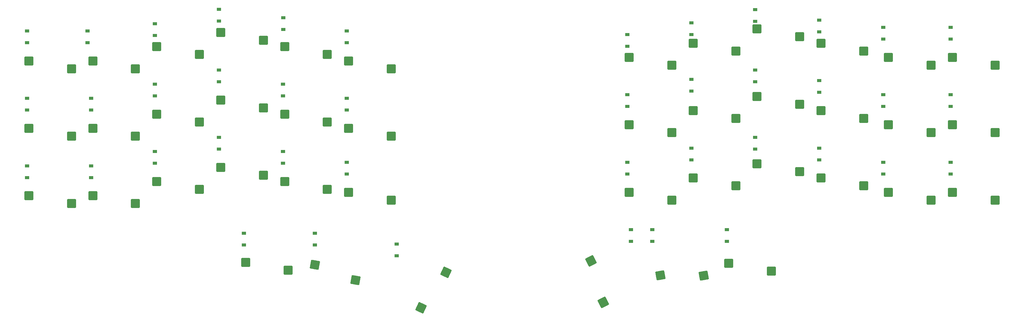
<source format=gbr>
%TF.GenerationSoftware,KiCad,Pcbnew,(6.0.9)*%
%TF.CreationDate,2023-05-23T13:43:04-07:00*%
%TF.ProjectId,Keycad_fun,4b657963-6164-45f6-9675-6e2e6b696361,rev?*%
%TF.SameCoordinates,Original*%
%TF.FileFunction,Paste,Bot*%
%TF.FilePolarity,Positive*%
%FSLAX46Y46*%
G04 Gerber Fmt 4.6, Leading zero omitted, Abs format (unit mm)*
G04 Created by KiCad (PCBNEW (6.0.9)) date 2023-05-23 13:43:04*
%MOMM*%
%LPD*%
G01*
G04 APERTURE LIST*
G04 Aperture macros list*
%AMRoundRect*
0 Rectangle with rounded corners*
0 $1 Rounding radius*
0 $2 $3 $4 $5 $6 $7 $8 $9 X,Y pos of 4 corners*
0 Add a 4 corners polygon primitive as box body*
4,1,4,$2,$3,$4,$5,$6,$7,$8,$9,$2,$3,0*
0 Add four circle primitives for the rounded corners*
1,1,$1+$1,$2,$3*
1,1,$1+$1,$4,$5*
1,1,$1+$1,$6,$7*
1,1,$1+$1,$8,$9*
0 Add four rect primitives between the rounded corners*
20,1,$1+$1,$2,$3,$4,$5,0*
20,1,$1+$1,$4,$5,$6,$7,0*
20,1,$1+$1,$6,$7,$8,$9,0*
20,1,$1+$1,$8,$9,$2,$3,0*%
G04 Aperture macros list end*
%ADD10RoundRect,0.250000X1.025000X1.000000X-1.025000X1.000000X-1.025000X-1.000000X1.025000X-1.000000X0*%
%ADD11RoundRect,0.250000X1.183076X0.806818X-0.835780X1.162797X-1.183076X-0.806818X0.835780X-1.162797X0*%
%ADD12RoundRect,0.250000X-0.473124X1.351584X-1.339492X-0.506347X0.473124X-1.351584X1.339492X0.506347X0*%
%ADD13RoundRect,0.250000X1.356347X-0.459291X0.425666X1.367272X-1.356347X0.459291X-0.425666X-1.367272X0*%
%ADD14RoundRect,0.250000X0.835780X1.162797X-1.183076X0.806818X-0.835780X-1.162797X1.183076X-0.806818X0*%
%ADD15R,1.200000X0.900000*%
G04 APERTURE END LIST*
D10*
%TO.C,SW1*%
X54500000Y-65000000D03*
X42500000Y-62800000D03*
%TD*%
%TO.C,SW2*%
X72500000Y-65000000D03*
X60500000Y-62800000D03*
%TD*%
%TO.C,SW3*%
X90500000Y-61000000D03*
X78500000Y-58800000D03*
%TD*%
%TO.C,SW4*%
X108500000Y-57000000D03*
X96500000Y-54800000D03*
%TD*%
%TO.C,SW5*%
X126500000Y-61000000D03*
X114500000Y-58800000D03*
%TD*%
%TO.C,SW6*%
X144500000Y-65000000D03*
X132500000Y-62800000D03*
%TD*%
%TO.C,SW7*%
X54500000Y-84000000D03*
X42500000Y-81800000D03*
%TD*%
%TO.C,SW8*%
X72500000Y-84000000D03*
X60500000Y-81800000D03*
%TD*%
%TO.C,SW9*%
X90500000Y-80000000D03*
X78500000Y-77800000D03*
%TD*%
%TO.C,SW10*%
X108500000Y-76000000D03*
X96500000Y-73800000D03*
%TD*%
%TO.C,SW11*%
X126500000Y-80000000D03*
X114500000Y-77800000D03*
%TD*%
%TO.C,SW12*%
X144500000Y-84000000D03*
X132500000Y-81800000D03*
%TD*%
%TO.C,SW13*%
X54500000Y-103000000D03*
X42500000Y-100800000D03*
%TD*%
%TO.C,SW14*%
X72500000Y-103000000D03*
X60500000Y-100800000D03*
%TD*%
%TO.C,SW15*%
X90500000Y-99000000D03*
X78500000Y-96800000D03*
%TD*%
%TO.C,SW16*%
X108500000Y-95000000D03*
X96500000Y-92800000D03*
%TD*%
%TO.C,SW17*%
X126500000Y-99000000D03*
X114500000Y-96800000D03*
%TD*%
%TO.C,SW18*%
X144500000Y-102000000D03*
X132500000Y-99800000D03*
%TD*%
%TO.C,SW19*%
X115500000Y-121790000D03*
X103500000Y-119590000D03*
%TD*%
D11*
%TO.C,SW20*%
X134404938Y-124516615D03*
X122969271Y-120266260D03*
%TD*%
D12*
%TO.C,SW21*%
X159917011Y-122363632D03*
X152851714Y-132309566D03*
%TD*%
D10*
%TO.C,SW22*%
X223500000Y-64000000D03*
X211500000Y-61800000D03*
%TD*%
%TO.C,SW23*%
X241500000Y-60000000D03*
X229500000Y-57800000D03*
%TD*%
%TO.C,SW24*%
X259500000Y-56000000D03*
X247500000Y-53800000D03*
%TD*%
%TO.C,SW25*%
X277500000Y-60000000D03*
X265500000Y-57800000D03*
%TD*%
%TO.C,SW26*%
X296500000Y-64000000D03*
X284500000Y-61800000D03*
%TD*%
%TO.C,SW27*%
X314500000Y-64000000D03*
X302500000Y-61800000D03*
%TD*%
%TO.C,SW28*%
X223500000Y-83000000D03*
X211500000Y-80800000D03*
%TD*%
%TO.C,SW29*%
X241500000Y-79000000D03*
X229500000Y-76800000D03*
%TD*%
%TO.C,SW30*%
X259500000Y-75000000D03*
X247500000Y-72800000D03*
%TD*%
%TO.C,SW31*%
X277500000Y-79000000D03*
X265500000Y-76800000D03*
%TD*%
%TO.C,SW32*%
X296500000Y-83000000D03*
X284500000Y-80800000D03*
%TD*%
%TO.C,SW33*%
X314500000Y-83000000D03*
X302500000Y-80800000D03*
%TD*%
%TO.C,SW34*%
X223500000Y-102000000D03*
X211500000Y-99800000D03*
%TD*%
%TO.C,SW35*%
X241500000Y-98000000D03*
X229500000Y-95800000D03*
%TD*%
%TO.C,SW36*%
X259500000Y-94000000D03*
X247500000Y-91800000D03*
%TD*%
%TO.C,SW37*%
X277500000Y-98000000D03*
X265500000Y-95800000D03*
%TD*%
%TO.C,SW38*%
X296500000Y-102000000D03*
X284500000Y-99800000D03*
%TD*%
%TO.C,SW39*%
X314500000Y-102000000D03*
X302500000Y-99800000D03*
%TD*%
D13*
%TO.C,SW40*%
X204242928Y-130842466D03*
X200755256Y-119151608D03*
%TD*%
D14*
%TO.C,SW41*%
X232488716Y-123301078D03*
X220288997Y-123218279D03*
%TD*%
D10*
%TO.C,SW42*%
X251500000Y-122000000D03*
X239500000Y-119800000D03*
%TD*%
D15*
%TO.C,D1*%
X42000000Y-54350000D03*
X42000000Y-57650000D03*
%TD*%
%TO.C,D2*%
X59000000Y-54350000D03*
X59000000Y-57650000D03*
%TD*%
%TO.C,D3*%
X78000000Y-52350000D03*
X78000000Y-55650000D03*
%TD*%
%TO.C,D4*%
X96000000Y-48250000D03*
X96000000Y-51550000D03*
%TD*%
%TO.C,D5*%
X114100000Y-50650000D03*
X114100000Y-53950000D03*
%TD*%
%TO.C,D6*%
X132000000Y-54350000D03*
X132000000Y-57650000D03*
%TD*%
%TO.C,D7*%
X42000000Y-73350000D03*
X42000000Y-76650000D03*
%TD*%
%TO.C,D8*%
X60000000Y-73350000D03*
X60000000Y-76650000D03*
%TD*%
%TO.C,D9*%
X78000000Y-69350000D03*
X78000000Y-72650000D03*
%TD*%
%TO.C,D10*%
X96000000Y-65350000D03*
X96000000Y-68650000D03*
%TD*%
%TO.C,D11*%
X114000000Y-69350000D03*
X114000000Y-72650000D03*
%TD*%
%TO.C,D12*%
X132000000Y-73350000D03*
X132000000Y-76650000D03*
%TD*%
%TO.C,D13*%
X42000000Y-92350000D03*
X42000000Y-95650000D03*
%TD*%
%TO.C,D14*%
X60000000Y-92350000D03*
X60000000Y-95650000D03*
%TD*%
%TO.C,D15*%
X78000000Y-88350000D03*
X78000000Y-91650000D03*
%TD*%
%TO.C,D16*%
X96000000Y-84350000D03*
X96000000Y-87650000D03*
%TD*%
%TO.C,D17*%
X114000000Y-88350000D03*
X114000000Y-91650000D03*
%TD*%
%TO.C,D18*%
X132000000Y-91350000D03*
X132000000Y-94650000D03*
%TD*%
%TO.C,D19*%
X103000000Y-111350000D03*
X103000000Y-114650000D03*
%TD*%
%TO.C,D20*%
X123000000Y-111350000D03*
X123000000Y-114650000D03*
%TD*%
%TO.C,D21*%
X146000000Y-114350000D03*
X146000000Y-117650000D03*
%TD*%
%TO.C,D22*%
X211000000Y-55350000D03*
X211000000Y-58650000D03*
%TD*%
%TO.C,D23*%
X229000000Y-52050000D03*
X229000000Y-55350000D03*
%TD*%
%TO.C,D24*%
X247000000Y-48350000D03*
X247000000Y-51650000D03*
%TD*%
%TO.C,D25*%
X265000000Y-51350000D03*
X265000000Y-54650000D03*
%TD*%
%TO.C,D26*%
X283000000Y-53350000D03*
X283000000Y-56650000D03*
%TD*%
%TO.C,D27*%
X302000000Y-53350000D03*
X302000000Y-56650000D03*
%TD*%
%TO.C,D28*%
X211000000Y-72350000D03*
X211000000Y-75650000D03*
%TD*%
%TO.C,D29*%
X229000000Y-68000000D03*
X229000000Y-71300000D03*
%TD*%
%TO.C,D30*%
X247000000Y-65350000D03*
X247000000Y-68650000D03*
%TD*%
%TO.C,D31*%
X265000000Y-68350000D03*
X265000000Y-71650000D03*
%TD*%
%TO.C,D32*%
X283000000Y-72350000D03*
X283000000Y-75650000D03*
%TD*%
%TO.C,D33*%
X302000000Y-72350000D03*
X302000000Y-75650000D03*
%TD*%
%TO.C,D34*%
X211000000Y-91350000D03*
X211000000Y-94650000D03*
%TD*%
%TO.C,D35*%
X229000000Y-87350000D03*
X229000000Y-90650000D03*
%TD*%
%TO.C,D36*%
X247000000Y-84350000D03*
X247000000Y-87650000D03*
%TD*%
%TO.C,D37*%
X265000000Y-87350000D03*
X265000000Y-90650000D03*
%TD*%
%TO.C,D38*%
X283000000Y-91350000D03*
X283000000Y-94650000D03*
%TD*%
%TO.C,D39*%
X302000000Y-91350000D03*
X302000000Y-94650000D03*
%TD*%
%TO.C,D40*%
X212000000Y-110350000D03*
X212000000Y-113650000D03*
%TD*%
%TO.C,D41*%
X218000000Y-110350000D03*
X218000000Y-113650000D03*
%TD*%
%TO.C,D42*%
X239000000Y-110350000D03*
X239000000Y-113650000D03*
%TD*%
M02*

</source>
